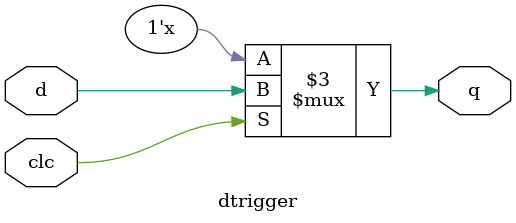
<source format=v>
module dtrigger (d,clc,q);

input d;
input clc;
output q;
reg q;
  
always @(d or clc)
begin
if (clc==1)
q<=d;
end

endmodule

</source>
